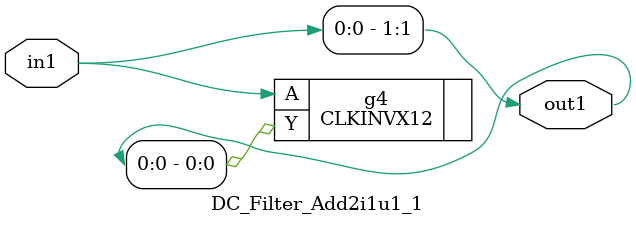
<source format=v>
`timescale 1ps / 1ps


module DC_Filter_Add2i1u1_1(in1, out1);
  input in1;
  output [1:0] out1;
  wire in1;
  wire [1:0] out1;
  assign out1[1] = in1;
  CLKINVX12 g4(.A (in1), .Y (out1[0]));
endmodule



</source>
